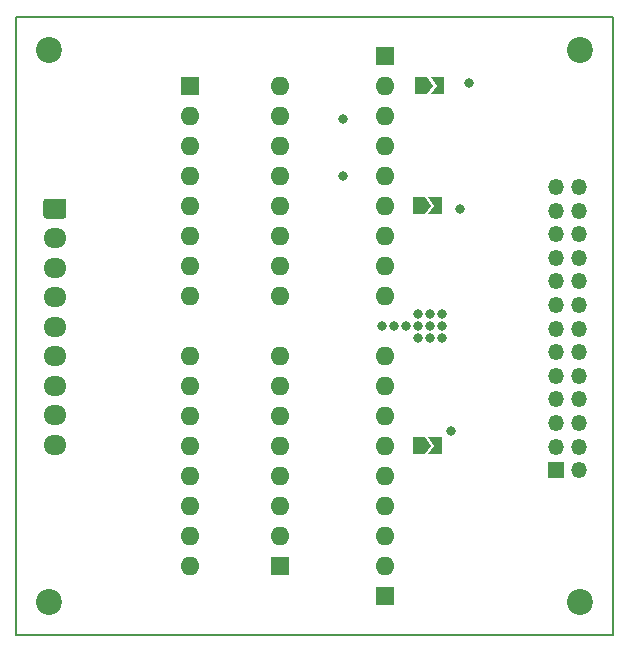
<source format=gbr>
%TF.GenerationSoftware,KiCad,Pcbnew,(5.1.10)-1*%
%TF.CreationDate,2021-09-08T12:56:42-03:00*%
%TF.ProjectId,SSC-THT,5353432d-5448-4542-9e6b-696361645f70,rev?*%
%TF.SameCoordinates,Original*%
%TF.FileFunction,Soldermask,Top*%
%TF.FilePolarity,Negative*%
%FSLAX46Y46*%
G04 Gerber Fmt 4.6, Leading zero omitted, Abs format (unit mm)*
G04 Created by KiCad (PCBNEW (5.1.10)-1) date 2021-09-08 12:56:42*
%MOMM*%
%LPD*%
G01*
G04 APERTURE LIST*
%TA.AperFunction,Profile*%
%ADD10C,0.150000*%
%TD*%
%ADD11C,2.200000*%
%ADD12R,1.350000X1.350000*%
%ADD13O,1.350000X1.350000*%
%ADD14C,0.100000*%
%ADD15R,1.600000X1.600000*%
%ADD16O,1.600000X1.600000*%
%ADD17O,1.950000X1.700000*%
%ADD18C,0.800000*%
G04 APERTURE END LIST*
D10*
X68580000Y-90678000D02*
X18034000Y-90678000D01*
X18034000Y-38354000D02*
X18034000Y-90678000D01*
X68580000Y-38354000D02*
X18034000Y-38354000D01*
X68580000Y-90678000D02*
X68580000Y-38354000D01*
D11*
%TO.C,REF\u002A\u002A*%
X65786000Y-87884000D03*
%TD*%
%TO.C,REF\u002A\u002A*%
X65786000Y-41148000D03*
%TD*%
D12*
%TO.C,J2*%
X63754000Y-76770000D03*
D13*
X65754000Y-76770000D03*
X63754000Y-74770000D03*
X65754000Y-74770000D03*
X63754000Y-72770000D03*
X65754000Y-72770000D03*
X63754000Y-70770000D03*
X65754000Y-70770000D03*
X63754000Y-68770000D03*
X65754000Y-68770000D03*
X63754000Y-66770000D03*
X65754000Y-66770000D03*
X63754000Y-64770000D03*
X65754000Y-64770000D03*
X63754000Y-62770000D03*
X65754000Y-62770000D03*
X63754000Y-60770000D03*
X65754000Y-60770000D03*
X63754000Y-58770000D03*
X65754000Y-58770000D03*
X63754000Y-56770000D03*
X65754000Y-56770000D03*
X63754000Y-54770000D03*
X65754000Y-54770000D03*
X63754000Y-52770000D03*
X65754000Y-52770000D03*
%TD*%
D14*
%TO.C,SP3*%
G36*
X54094000Y-55106000D02*
G01*
X52944000Y-55106000D01*
X53444000Y-54356000D01*
X52944000Y-53606000D01*
X54094000Y-53606000D01*
X54094000Y-55106000D01*
G37*
G36*
X53144000Y-54356000D02*
G01*
X52644000Y-55106000D01*
X51644000Y-55106000D01*
X51644000Y-53606000D01*
X52644000Y-53606000D01*
X53144000Y-54356000D01*
G37*
%TD*%
%TO.C,SP2*%
G36*
X54094000Y-75426000D02*
G01*
X52944000Y-75426000D01*
X53444000Y-74676000D01*
X52944000Y-73926000D01*
X54094000Y-73926000D01*
X54094000Y-75426000D01*
G37*
G36*
X53144000Y-74676000D02*
G01*
X52644000Y-75426000D01*
X51644000Y-75426000D01*
X51644000Y-73926000D01*
X52644000Y-73926000D01*
X53144000Y-74676000D01*
G37*
%TD*%
D15*
%TO.C,RN1*%
X49276000Y-41656000D03*
D16*
X49276000Y-44196000D03*
X49276000Y-46736000D03*
X49276000Y-49276000D03*
X49276000Y-51816000D03*
X49276000Y-54356000D03*
X49276000Y-56896000D03*
X49276000Y-59436000D03*
X49276000Y-61976000D03*
%TD*%
D14*
%TO.C,SP1*%
G36*
X54311000Y-44946000D02*
G01*
X53161000Y-44946000D01*
X53661000Y-44196000D01*
X53161000Y-43446000D01*
X54311000Y-43446000D01*
X54311000Y-44946000D01*
G37*
G36*
X53361000Y-44196000D02*
G01*
X52861000Y-44946000D01*
X51861000Y-44946000D01*
X51861000Y-43446000D01*
X52861000Y-43446000D01*
X53361000Y-44196000D01*
G37*
%TD*%
D15*
%TO.C,RN2*%
X49276000Y-87376000D03*
D16*
X49276000Y-84836000D03*
X49276000Y-82296000D03*
X49276000Y-79756000D03*
X49276000Y-77216000D03*
X49276000Y-74676000D03*
X49276000Y-72136000D03*
X49276000Y-69596000D03*
X49276000Y-67056000D03*
%TD*%
D15*
%TO.C,U2*%
X40386000Y-84836000D03*
D16*
X32766000Y-67056000D03*
X40386000Y-82296000D03*
X32766000Y-69596000D03*
X40386000Y-79756000D03*
X32766000Y-72136000D03*
X40386000Y-77216000D03*
X32766000Y-74676000D03*
X40386000Y-74676000D03*
X32766000Y-77216000D03*
X40386000Y-72136000D03*
X32766000Y-79756000D03*
X40386000Y-69596000D03*
X32766000Y-82296000D03*
X40386000Y-67056000D03*
X32766000Y-84836000D03*
%TD*%
D15*
%TO.C,U1*%
X32766000Y-44196000D03*
D16*
X40386000Y-61976000D03*
X32766000Y-46736000D03*
X40386000Y-59436000D03*
X32766000Y-49276000D03*
X40386000Y-56896000D03*
X32766000Y-51816000D03*
X40386000Y-54356000D03*
X32766000Y-54356000D03*
X40386000Y-51816000D03*
X32766000Y-56896000D03*
X40386000Y-49276000D03*
X32766000Y-59436000D03*
X40386000Y-46736000D03*
X32766000Y-61976000D03*
X40386000Y-44196000D03*
%TD*%
D11*
%TO.C,REF\u002A\u002A*%
X20828000Y-41148000D03*
%TD*%
%TO.C,REF\u002A\u002A*%
X20828000Y-87884000D03*
%TD*%
%TO.C,J1*%
G36*
G01*
X20611000Y-53760000D02*
X22061000Y-53760000D01*
G75*
G02*
X22311000Y-54010000I0J-250000D01*
G01*
X22311000Y-55210000D01*
G75*
G02*
X22061000Y-55460000I-250000J0D01*
G01*
X20611000Y-55460000D01*
G75*
G02*
X20361000Y-55210000I0J250000D01*
G01*
X20361000Y-54010000D01*
G75*
G02*
X20611000Y-53760000I250000J0D01*
G01*
G37*
D17*
X21336000Y-57110000D03*
X21336000Y-59610000D03*
X21336000Y-62110000D03*
X21336000Y-64610000D03*
X21336000Y-67110000D03*
X21336000Y-69610000D03*
X21336000Y-72110000D03*
X21336000Y-74610000D03*
%TD*%
D18*
X54864000Y-73406000D03*
X55626000Y-54610000D03*
X56388000Y-43942000D03*
X45720000Y-51816000D03*
X45720000Y-46990000D03*
X49022000Y-64516000D03*
X50038000Y-64516000D03*
X51054000Y-64516000D03*
X52070000Y-64516000D03*
X53086000Y-64516000D03*
X54102000Y-64516000D03*
X52070000Y-63500000D03*
X53086000Y-63500000D03*
X54102000Y-63500000D03*
X52070000Y-65532000D03*
X53086000Y-65532000D03*
X54102000Y-65532000D03*
M02*

</source>
